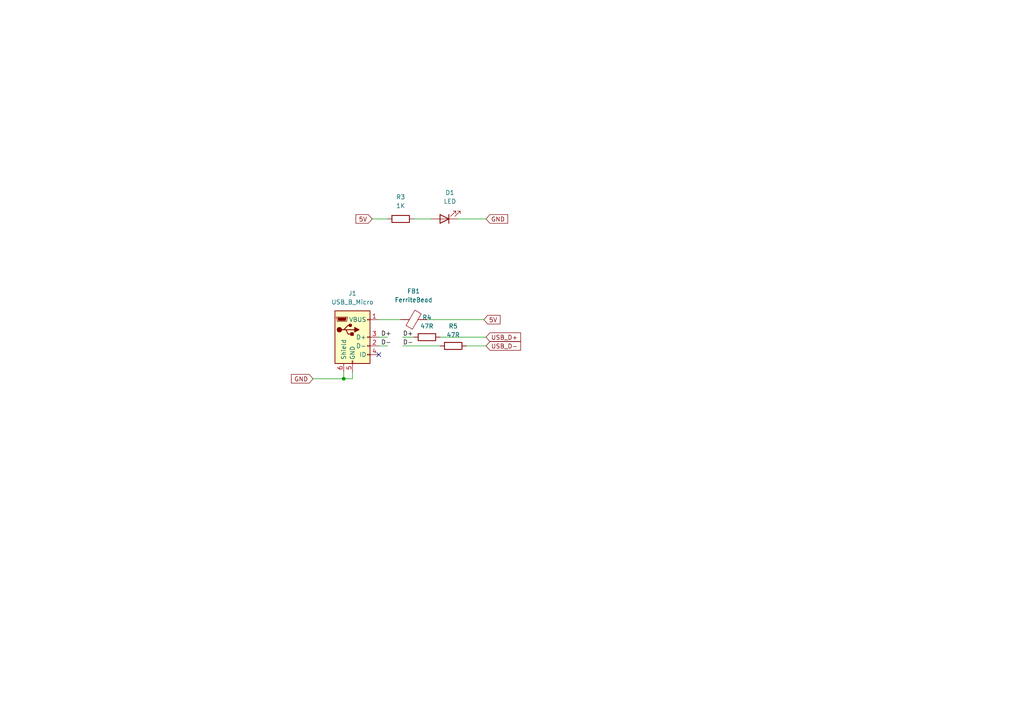
<source format=kicad_sch>
(kicad_sch (version 20211123) (generator eeschema)
  (paper "A4")
  (lib_symbols
    (symbol "Connector:USB_B_Micro" (pin_names (offset 1.016))
      (property "Reference" "J" (at -5.08 11.43 0))
      (property "Value" "USB_B_Micro" (at -5.08 8.89 0))
      (symbol "USB_B_Micro_0_1"
        (rectangle (start -5.08 -7.62) (end 5.08 7.62) (stroke (width 0.254)) (fill (type background)))
        (circle (center -3.81 2.159) (radius 0.635) (stroke (width 0.254)) (fill (type outline)))
        (circle (center -0.635 3.429) (radius 0.381) (stroke (width 0.254)) (fill (type outline)))
        (rectangle (start -0.127 -7.62) (end 0.127 -6.858))
        (polyline (pts (xy -1.905 2.159) (xy 0.635 2.159)) (stroke (width 0.254)))
        (polyline (pts (xy -3.175 2.159) (xy -2.54 2.159) (xy -1.27 3.429) (xy -0.635 3.429)) (stroke (width 0.254)))
        (polyline (pts (xy -2.54 2.159) (xy -1.905 2.159) (xy -1.27 0.889) (xy 0 0.889)) (stroke (width 0.254)))
        (polyline (pts (xy 0.635 2.794) (xy 0.635 1.524) (xy 1.905 2.159) (xy 0.635 2.794)) (stroke (width 0.254)) (fill (type outline)))
        (polyline (pts (xy -4.318 5.588) (xy -1.778 5.588) (xy -2.032 4.826) (xy -4.064 4.826) (xy -4.318 5.588)) (fill (type outline)))
        (polyline (pts (xy -4.699 5.842) (xy -4.699 5.588) (xy -4.445 4.826) (xy -4.445 4.572) (xy -1.651 4.572) (xy -1.651 4.826) (xy -1.397 5.588) (xy -1.397 5.842) (xy -4.699 5.842)))
        (rectangle (start 0.254 1.27) (end -0.508 0.508) (stroke (width 0.254)) (fill (type outline)))
        (rectangle (start 5.08 -5.207) (end 4.318 -4.953))
        (rectangle (start 5.08 -2.667) (end 4.318 -2.413))
        (rectangle (start 5.08 -0.127) (end 4.318 0.127))
        (rectangle (start 5.08 4.953) (end 4.318 5.207))
      )
      (symbol "USB_B_Micro_1_1"
        (pin power_out line (at 7.62 5.08 180) (length 2.54) (name "VBUS") (number "1"))
        (pin bidirectional line (at 7.62 -2.54 180) (length 2.54) (name "D-") (number "2"))
        (pin bidirectional line (at 7.62 0 180) (length 2.54) (name "D+") (number "3"))
        (pin passive line (at 7.62 -5.08 180) (length 2.54) (name "ID") (number "4"))
        (pin power_out line (at 0 -10.16 90) (length 2.54) (name "GND") (number "5"))
        (pin passive line (at -2.54 -10.16 90) (length 2.54) (name "Shield") (number "6"))
      )
    )
    (symbol "Device:FerriteBead" (pin_numbers hide) (pin_names (offset 0))
      (property "Reference" "FB" (at -3.81 0.635 90))
      (property "Value" "FerriteBead" (at 3.81 0 90))
      (symbol "FerriteBead_0_1"
        (polyline (pts (xy 0 -1.27) (xy 0 -1.2192)))
        (polyline (pts (xy 0 1.27) (xy 0 1.2954)))
        (polyline (pts (xy -2.7686 0.4064) (xy -1.7018 2.2606) (xy 2.7686 -0.3048) (xy 1.6764 -2.159) (xy -2.7686 0.4064)))
      )
      (symbol "FerriteBead_1_1"
        (pin passive line (at 0 3.81 270) (length 2.54) (name "~") (number "1"))
        (pin passive line (at 0 -3.81 90) (length 2.54) (name "~") (number "2"))
      )
    )
    (symbol "Device:LED" (pin_numbers hide) (pin_names (offset 1.016) hide)
      (property "Reference" "D" (at 0 2.54 0))
      (property "Value" "LED" (at 0 -2.54 0))
      (symbol "LED_0_1"
        (polyline (pts (xy -1.27 -1.27) (xy -1.27 1.27)) (stroke (width 0.254)))
        (polyline (pts (xy -1.27 0) (xy 1.27 0)))
        (polyline (pts (xy 1.27 -1.27) (xy 1.27 1.27) (xy -1.27 0) (xy 1.27 -1.27)) (stroke (width 0.254)))
        (polyline (pts (xy -3.048 -0.762) (xy -4.572 -2.286) (xy -3.81 -2.286) (xy -4.572 -2.286) (xy -4.572 -1.524)))
        (polyline (pts (xy -1.778 -0.762) (xy -3.302 -2.286) (xy -2.54 -2.286) (xy -3.302 -2.286) (xy -3.302 -1.524)))
      )
      (symbol "LED_1_1"
        (pin passive line (at -3.81 0 0) (length 2.54) (name "K") (number "1"))
        (pin passive line (at 3.81 0 180) (length 2.54) (name "A") (number "2"))
      )
    )
    (symbol "Device:R" (pin_numbers hide) (pin_names (offset 0))
      (property "Reference" "R" (at 2.032 0 90))
      (property "Value" "R" (at 0 0 90))
      (symbol "R_0_1"
        (rectangle (start -1.016 -2.54) (end 1.016 2.54) (stroke (width 0.254)))
      )
      (symbol "R_1_1"
        (pin passive line (at 0 3.81 270) (length 1.27) (name "~") (number "1"))
        (pin passive line (at 0 -3.81 90) (length 1.27) (name "~") (number "2"))
      )
    )
  )
  (junction (at 99.695 109.855))
  (no_connect (at 109.855 102.87))
  (wire (pts (xy 132.715 63.5) (xy 140.97 63.5)))
  (wire (pts (xy 102.235 107.95) (xy 102.235 109.855)))
  (wire (pts (xy 109.855 92.71) (xy 116.205 92.71)))
  (wire (pts (xy 135.255 100.33) (xy 140.97 100.33)))
  (wire (pts (xy 99.695 107.95) (xy 99.695 109.855)))
  (wire (pts (xy 99.695 109.855) (xy 102.235 109.855)))
  (wire (pts (xy 107.95 63.5) (xy 112.395 63.5)))
  (wire (pts (xy 120.015 63.5) (xy 125.095 63.5)))
  (wire (pts (xy 116.84 97.79) (xy 120.015 97.79)))
  (wire (pts (xy 112.395 100.33) (xy 109.855 100.33)))
  (wire (pts (xy 123.825 92.71) (xy 140.335 92.71)))
  (wire (pts (xy 116.84 100.33) (xy 127.635 100.33)))
  (wire (pts (xy 112.395 97.79) (xy 109.855 97.79)))
  (wire (pts (xy 127.635 97.79) (xy 140.97 97.79)))
  (wire (pts (xy 90.805 109.855) (xy 99.695 109.855)))
  (label "D-" (at 116.84 100.33 0))
  (label "D+" (at 110.49 97.79 0))
  (label "D-" (at 110.49 100.33 0))
  (label "D+" (at 116.84 97.79 0))
  (global_label "USB_D+" (shape input) (at 140.97 97.79 0) (property "Intersheet References" "${INTERSHEET_REFS}" (effects hide)))
  (global_label "GND" (shape input) (at 140.97 63.5 0) (property "Intersheet References" "${INTERSHEET_REFS}" (effects hide)))
  (global_label "5V" (shape input) (at 140.335 92.71 0) (property "Intersheet References" "${INTERSHEET_REFS}" (effects hide)))
  (global_label "5V" (shape input) (at 107.95 63.5 180) (property "Intersheet References" "${INTERSHEET_REFS}" (effects hide)))
  (global_label "USB_D-" (shape input) (at 140.97 100.33 0) (property "Intersheet References" "${INTERSHEET_REFS}" (effects hide)))
  (global_label "GND" (shape input) (at 90.805 109.855 180) (property "Intersheet References" "${INTERSHEET_REFS}" (effects hide)))
  (symbol (lib_id "Connector:USB_B_Micro") (at 102.235 97.79 0) (unit 1)
    (property "Reference" "J1" (at 102.235 85.09 0))
    (property "Value" "USB_B_Micro" (at 102.235 87.63 0))
    (property "Footprint" "Connector_USB:USB_Micro-B_Amphenol_10104110_Horizontal" (effects hide))
  )
  (symbol (lib_id "Device:FerriteBead") (at 120.015 92.71 90) (unit 1)
    (property "Reference" "FB1" (at 119.9642 84.455 90))
    (property "Value" "FerriteBead" (at 119.9642 86.995 90))
    (property "Footprint" "Capacitor_SMD:C_0805_2012Metric" (effects hide))
  )
  (symbol (lib_id "Device:R") (at 116.205 63.5 90) (unit 1)
    (property "Reference" "R3" (at 116.205 57.15 90))
    (property "Value" "1K" (at 116.205 59.69 90))
    (property "Footprint" "Resistor_SMD:R_0805_2012Metric" (effects hide))
  )
  (symbol (lib_id "Device:LED") (at 128.905 63.5 180) (unit 1)
    (property "Reference" "D1" (at 130.4925 55.88 0))
    (property "Value" "LED" (at 130.4925 58.42 0))
    (property "Footprint" "LED_SMD:LED_0805_2012Metric" (effects hide))
  )
  (symbol (lib_id "Device:R") (at 131.445 100.33 90) (unit 1)
    (property "Reference" "R5" (at 131.445 94.615 90))
    (property "Value" "47R" (at 131.445 97.155 90))
    (property "Footprint" "Resistor_SMD:R_0805_2012Metric" (effects hide))
  )
  (symbol (lib_id "Device:R") (at 123.825 97.79 90) (unit 1)
    (property "Reference" "R4" (at 123.825 92.075 90))
    (property "Value" "47R" (at 123.825 94.615 90))
    (property "Footprint" "Resistor_SMD:R_0805_2012Metric" (effects hide))
  )
)
</source>
